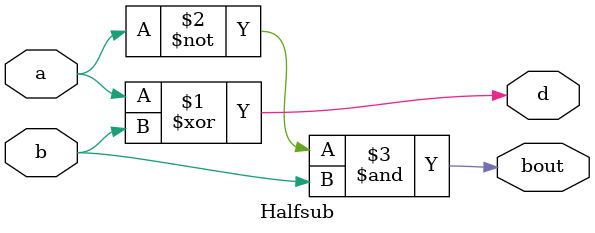
<source format=v>
module Halfsub (
    input a,b,
    output d,bout
);
    assign d = a ^ b;
    assign bout = ~a & b;
endmodule
</source>
